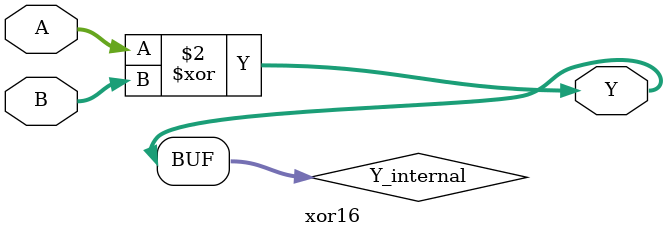
<source format=v>
`timescale 1ns / 1ps


module xor16

#(parameter data_width = 16)
    (
        input [data_width-1:0] A,
        input [data_width-1:0] B,
        output [data_width-1:0] Y
    );
        
        reg [data_width-1:0] Y_internal;
        
        always @(*) begin
            Y_internal = A ^ B;
        end
        
        assign Y = Y_internal;

    
endmodule

</source>
